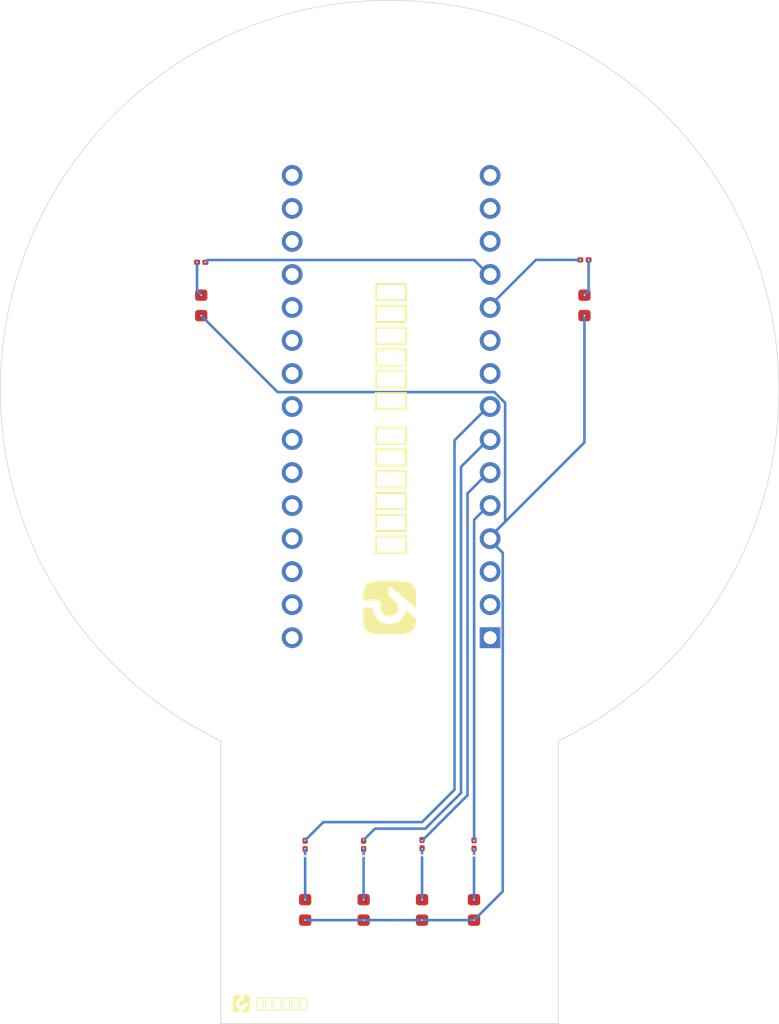
<source format=kicad_pcb>
(kicad_pcb (version 20240108) (generator "pcbnew") (generator_version "8.0")
  (layers (0 "F.Cu" signal) (31 "B.Cu" signal) (34 "B.Paste" user) (35 "F.Paste" user) (36 "B.SilkS" user "B.Silkscreen") (37 "F.SilkS" user "F.Silkscreen") (38 "B.Mask" user) (39 "F.Mask" user) (44 "Edge.Cuts" user))
  (net 0 "")
  (net 1 "Net-(D1-K)")
  (net 2 "Net-(D1-A)")
  (net 3 "Net-(D2-A)")
  (net 4 "Net-(D3-A)")
  (net 5 "Net-(D4-A)")
  (net 6 "Net-(D5-A)")
  (net 7 "Net-(D6-A)")
  (net 8 "Net-(A2-D8)")
  (net 14 "Net-(A2-D9)")
  (net 18 "Net-(A2-D4)")
  (net 21 "Net-(A2-D2)")
  (net 26 "Net-(A2-D3)")
  (net 29 "Net-(A2-D5)")
  (footprint "Module:Arduino_Nano" (layer "F.Cu") (at 142.24 118.06 180)
    (property "Reference" "A2" (hide yes))
    (property "Value" "Arduino_Nano_v3.x")
    (pad "1" thru_hole rect (at 0 0 180) (size 1.6 1.6) (drill 1) (layers "*.Cu" "*.Mask"))
    (pad "2" thru_hole oval (at 0 2.54 180) (size 1.6 1.6) (drill 1) (layers "*.Cu" "*.Mask"))
    (pad "3" thru_hole oval (at 0 5.08 180) (size 1.6 1.6) (drill 1) (layers "*.Cu" "*.Mask"))
    (pad "4" thru_hole oval (at 0 7.62 180) (size 1.6 1.6) (drill 1) (layers "*.Cu" "*.Mask") (net 1 "Net-(D1-K)"))
    (pad "5" thru_hole oval (at 0 10.16 180) (size 1.6 1.6) (drill 1) (layers "*.Cu" "*.Mask") (net 21 "Net-(A2-D2)"))
    (pad "6" thru_hole oval (at 0 12.7 180) (size 1.6 1.6) (drill 1) (layers "*.Cu" "*.Mask") (net 26 "Net-(A2-D3)"))
    (pad "7" thru_hole oval (at 0 15.24 180) (size 1.6 1.6) (drill 1) (layers "*.Cu" "*.Mask") (net 18 "Net-(A2-D4)"))
    (pad "8" thru_hole oval (at 0 17.78 180) (size 1.6 1.6) (drill 1) (layers "*.Cu" "*.Mask") (net 29 "Net-(A2-D5)"))
    (pad "9" thru_hole oval (at 0 20.32 180) (size 1.6 1.6) (drill 1) (layers "*.Cu" "*.Mask"))
    (pad "10" thru_hole oval (at 0 22.86 180) (size 1.6 1.6) (drill 1) (layers "*.Cu" "*.Mask"))
    (pad "11" thru_hole oval (at 0 25.4 180) (size 1.6 1.6) (drill 1) (layers "*.Cu" "*.Mask") (net 8 "Net-(A2-D8)"))
    (pad "12" thru_hole oval (at 0 27.94 180) (size 1.6 1.6) (drill 1) (layers "*.Cu" "*.Mask") (net 14 "Net-(A2-D9)"))
    (pad "13" thru_hole oval (at 0 30.48 180) (size 1.6 1.6) (drill 1) (layers "*.Cu" "*.Mask"))
    (pad "14" thru_hole oval (at 0 33.02 180) (size 1.6 1.6) (drill 1) (layers "*.Cu" "*.Mask"))
    (pad "15" thru_hole oval (at 0 35.56 180) (size 1.6 1.6) (drill 1) (layers "*.Cu" "*.Mask"))
    (pad "16" thru_hole oval (at 15.24 35.56 180) (size 1.6 1.6) (drill 1) (layers "*.Cu" "*.Mask"))
    (pad "17" thru_hole oval (at 15.24 33.02 180) (size 1.6 1.6) (drill 1) (layers "*.Cu" "*.Mask"))
    (pad "18" thru_hole oval (at 15.24 30.48 180) (size 1.6 1.6) (drill 1) (layers "*.Cu" "*.Mask"))
    (pad "19" thru_hole oval (at 15.24 27.94 180) (size 1.6 1.6) (drill 1) (layers "*.Cu" "*.Mask"))
    (pad "20" thru_hole oval (at 15.24 25.4 180) (size 1.6 1.6) (drill 1) (layers "*.Cu" "*.Mask"))
    (pad "21" thru_hole oval (at 15.24 22.86 180) (size 1.6 1.6) (drill 1) (layers "*.Cu" "*.Mask"))
    (pad "22" thru_hole oval (at 15.24 20.32 180) (size 1.6 1.6) (drill 1) (layers "*.Cu" "*.Mask"))
    (pad "23" thru_hole oval (at 15.24 17.78 180) (size 1.6 1.6) (drill 1) (layers "*.Cu" "*.Mask"))
    (pad "24" thru_hole oval (at 15.24 15.24 180) (size 1.6 1.6) (drill 1) (layers "*.Cu" "*.Mask"))
    (pad "25" thru_hole oval (at 15.24 12.7 180) (size 1.6 1.6) (drill 1) (layers "*.Cu" "*.Mask"))
    (pad "26" thru_hole oval (at 15.24 10.16 180) (size 1.6 1.6) (drill 1) (layers "*.Cu" "*.Mask"))
    (pad "27" thru_hole oval (at 15.24 7.62 180) (size 1.6 1.6) (drill 1) (layers "*.Cu" "*.Mask"))
    (pad "28" thru_hole oval (at 15.24 5.08 180) (size 1.6 1.6) (drill 1) (layers "*.Cu" "*.Mask"))
    (pad "29" thru_hole oval (at 15.24 2.54 180) (size 1.6 1.6) (drill 1) (layers "*.Cu" "*.Mask"))
    (pad "30" thru_hole oval (at 15.24 0 180) (size 1.6 1.6) (drill 1) (layers "*.Cu" "*.Mask"))
  )
  (footprint "LOGO" (layer "F.Cu") (at 123.1 146.2)
    (property "Reference" "G***" (hide yes))
    (property "Value" "LOGO" (hide yes))
    (fp_poly (pts (xy -0.004 -0.554529) (xy -0.004 -0.428363) (xy -0.017 -0.426311) (xy -0.026981 -0.424877) (xy -0.042125 -0.422864) (xy -0.05965 -0.420638) (xy -0.065207 -0.419953) (xy -0.115616 -0.409837) (xy -0.165254 -0.392085) (xy -0.213261 -0.367059) (xy -0.25 -0.341979) (xy -0.294005 -0.303731) (xy -0.331559 -0.261252) (xy -0.362559 -0.215186) (xy -0.386899 -0.166177) (xy -0.404473 -0.114868) (xy -0.415176 -0.061903) (xy -0.418902 -0.007924) (xy -0.415546 0.046424) (xy -0.405002 0.100497) (xy -0.387165 0.153654) (xy -0.361929 0.205249) (xy -0.344332 0.233509) (xy -0.311411 0.275533) (xy -0.272612 0.313371) (xy -0.229092 0.346248) (xy -0.182008 0.373387) (xy -0.132518 0.394015) (xy -0.086 0.406546) (xy -0.070051 0.409783) (xy -0.05736 0.4125) (xy -0.049764 0.414296) (xy -0.048451 0.414724) (xy -0.050141 0.418153) (xy -0.056351 0.426787) (xy -0.066395 0.439759) (xy -0.079583 0.456202) (xy -0.095227 0.475249) (xy -0.112641 0.496033) (xy -0.117944 0.502286) (xy -0.12756 0.513693) (xy -0.141155 0.529957) (xy -0.157627 0.549755) (xy -0.175878 0.571763) (xy -0.194806 0.594658) (xy -0.203571 0.605286) (xy -0.265141 0.68) (xy -0.315571 0.679467) (xy -0.338486 0.678978) (xy -0.361901 0.678061) (xy -0.382825 0.676855) (xy -0.39629 0.675719) (xy -0.448625 0.666796) (xy -0.496176 0.65172) (xy -0.538747 0.630623) (xy -0.576139 0.603636) (xy -0.608153 0.570891) (xy -0.634591 0.532519) (xy -0.64625 0.51) (xy -0.65859 0.479753) (xy -0.667486 0.448578) (xy -0.673633 0.413747) (xy -0.675996 0.39304) (xy -0.676646 0.382162) (xy -0.677233 0.364019) (xy -0.677758 0.339345) (xy -0.67822 0.308872) (xy -0.67862 0.273336) (xy -0.678957 0.23347) (xy -0.679232 0.190008) (xy -0.679444 0.143685) (xy -0.679594 0.095233) (xy -0.679682 0.045388) (xy -0.679707 -0.005116) (xy -0.679669 -0.055547) (xy -0.679569 -0.105169) (xy -0.679407 -0.15325) (xy -0.679182 -0.199054) (xy -0.678894 -0.241847) (xy -0.678544 -0.280897) (xy -0.678132 -0.315468) (xy -0.677657 -0.344827) (xy -0.67712 -0.36824) (xy -0.67652 -0.384973) (xy -0.675996 -0.393041) (xy -0.671395 -0.428854) (xy -0.664713 -0.459711) (xy -0.655177 -0.488547) (xy -0.644087 -0.514) (xy -0.620448 -0.554604) (xy -0.590923 -0.589915) (xy -0.555838 -0.619683) (xy -0.515519 -0.643657) (xy -0.47029 -0.661589) (xy -0.442546 -0.668986) (xy -0.433689 -0.670854) (xy -0.424701 -0.672431) (xy -0.414804 -0.673749) (xy -0.403215 -0.67484) (xy -0.389155 -0.675738) (xy -0.371843 -0.676475) (xy -0.3505 -0.677084) (xy -0.324344 -0.677598) (xy -0.292596 -0.678048) (xy -0.254475 -0.678468) (xy -0.2092 -0.678891) (xy -0.205 -0.678928) (xy -0.004 -0.680695)) (fill solid) (layer "F.SilkS"))
    (fp_poly (pts (xy 0.294 -0.6776) (xy 0.328021 -0.6774) (xy 0.355324 -0.677029) (xy 0.377192 -0.676412) (xy 0.394906 -0.675473) (xy 0.409747 -0.674137) (xy 0.422998 -0.672326) (xy 0.435941 -0.669967) (xy 0.441083 -0.668902) (xy 0.488752 -0.655083) (xy 0.531867 -0.634964) (xy 0.570066 -0.608822) (xy 0.602986 -0.576934) (xy 0.630266 -0.539576) (xy 0.644086 -0.514) (xy 0.6567 -0.484552) (xy 0.665794 -0.455611) (xy 0.67214 -0.424241) (xy 0.675995 -0.393041) (xy 0.676687 -0.381711) (xy 0.67731 -0.363135) (xy 0.677865 -0.33805) (xy 0.678352 -0.307193) (xy 0.678771 -0.271303) (xy 0.679122 -0.231116) (xy 0.679406 -0.18737) (xy 0.679621 -0.140801) (xy 0.67977 -0.092149) (xy 0.679851 -0.042149) (xy 0.679865 0.008461) (xy 0.679811 0.058942) (xy 0.679691 0.108559) (xy 0.679504 0.156574) (xy 0.679251 0.202248) (xy 0.67893 0.244845) (xy 0.678544 0.283628) (xy 0.678091 0.317859) (xy 0.677572 0.3468) (xy 0.676987 0.369715) (xy 0.676336 0.385865) (xy 0.675859 0.392576) (xy 0.671774 0.425781) (xy 0.666429 0.453544) (xy 0.659159 0.478403) (xy 0.649301 0.502893) (xy 0.644073 0.514) (xy 0.6198 0.554993) (xy 0.589755 0.590552) (xy 0.554252 0.620436) (xy 0.513604 0.644404) (xy 0.468125 0.662215) (xy 0.442257 0.669057) (xy 0.433634 0.67088) (xy 0.424859 0.672423) (xy 0.415173 0.673718) (xy 0.403817 0.674795) (xy 0.390031 0.675684) (xy 0.373058 0.676415) (xy 0.352137 0.677021) (xy 0.32651 0.67753) (xy 0.295419 0.677974) (xy 0.258104 0.678383) (xy 0.213806 0.678787) (xy 0.197 0.678929) (xy 0.156955 0.679202) (xy 0.119431 0.679337) (xy 0.085167 0.679341) (xy 0.054904 0.67922) (xy 0.029383 0.678978) (xy 0.009344 0.678622) (xy -0.004473 0.678158) (xy -0.011326 0.677591) (xy -0.011951 0.677336) (xy -0.009499 0.673496) (xy -0.002664 0.664427) (xy 0.007813 0.651045) (xy 0.021193 0.634267) (xy 0.036733 0.615006) (xy 0.053694 0.594179) (xy 0.071336 0.572702) (xy 0.088917 0.55149) (xy 0.105696 0.531459) (xy 0.1137 0.522) (xy 0.119737 0.514817) (xy 0.130273 0.50219) (xy 0.144712 0.48484) (xy 0.162454 0.463488) (xy 0.182901 0.438855) (xy 0.205455 0.41166) (xy 0.229517 0.382625) (xy 0.24991 0.358) (xy 0.278636 0.323304) (xy 0.309594 0.285919) (xy 0.341606 0.247266) (xy 0.373494 0.208767) (xy 0.404081 0.171843) (xy 0.43219 0.137916) (xy 0.456642 0.108407) (xy 0.461563 0.10247) (xy 0.48278 0.076726) (xy 0.502282 0.052783) (xy 0.519495 0.031366) (xy 0.533847 0.013202) (xy 0.544763 -0.000985) (xy 0.551671 -0.010468) (xy 0.554 -0.014487) (xy 0.552709 -0.016091) (xy 0.548332 -0.017386) (xy 0.540115 -0.018414) (xy 0.5273 -0.019215) (xy 0.509134 -0.019829) (xy 0.484859 -0.020295) (xy 0.453722 -0.020655) (xy 0.435183 -0.020808) (xy 0.405179 -0.020973) (xy 0.377845 -0.021008) (xy 0.354184 -0.02092) (xy 0.335197 -0.020718) (xy 0.321884 -0.020409) (xy 0.315246 -0.020002) (xy 0.314694 -0.019851) (xy 0.311787 -0.016368) (xy 0.304521 -0.007578) (xy 0.293616 0.005644) (xy 0.279793 0.022425) (xy 0.263771 0.041891) (xy 0.252166 0.056) (xy 0.233306 0.078714) (xy 0.214432 0.101053) (xy 0.19668 0.121696) (xy 0.181189 0.139328) (xy 0.169096 0.152631) (xy 0.165182 0.156736) (xy 0.132855 0.184245) (xy 0.096357 0.204948) (xy 0.055861 0.218754) (xy 0.038775 0.222291) (xy 0.020576 0.225132) (xy 0.006381 0.226306) (xy -0.007223 0.225802) (xy -0.023653 0.223605) (xy -0.033129 0.222018) (xy -0.074478 0.211163) (xy -0.111784 0.194024) (xy -0.144637 0.171358) (xy -0.172627 0.14392) (xy -0.195344 0.112468) (xy -0.212378 0.077757) (xy -0.223318 0.040544) (xy -0.227755 0.001586) (xy -0.225278 -0.038362) (xy -0.215478 -0.078543) (xy -0.207345 -0.099292) (xy -0.186985 -0.135381) (xy -0.160328 -0.167333) (xy -0.128403 -0.19422) (xy -0.09224 -0.215116) (xy -0.068 -0.224702) (xy -0.059332 -0.227326) (xy -0.050311 -0.229414) (xy -0.039812 -0.231057) (xy -0.026713 -0.232347) (xy -0.009888 -0.233375) (xy 0.011787 -0.234232) (xy 0.039435 -0.235009) (xy 0.066677 -0.235636) (xy 0.095435 -0.236377) (xy 0.12158 -0.237272) (xy 0.144043 -0.238266) (xy 0.161753 -0.239305) (xy 0.173642 -0.240334) (xy 0.178639 -0.241299) (xy 0.178677 -0.241331) (xy 0.17934 -0.245851) (xy 0.180031 -0.257629) (xy 0.180733 -0.275921) (xy 0.181428 -0.299985) (xy 0.182098 -0.329078) (xy 0.182725 -0.362458) (xy 0.18329 -0.399383) (xy 0.183777 -0.439109) (xy 0.184 -0.461331) (xy 0.186 -0.678)) (fill solid) (layer "F.SilkS"))
  )
  (footprint "LED_SMD:LED_0603_1608Metric" (layer "F.Cu") (at 128 139 90)
    (property "Reference" "D4" (hide yes))
    (property "Value" "LED")
    (pad "1" smd roundrect (at -0.7875 0 90) (size 0.875 0.95) (layers "F.Cu" "F.Paste" "F.Mask") (net 1 "Net-(D1-K)"))
    (pad "2" smd roundrect (at 0.7875 0 90) (size 0.875 0.95) (layers "F.Cu" "F.Paste" "F.Mask") (net 5 "Net-(D4-A)"))
  )
  (footprint "LED_SMD:LED_0201_0603Metric" (layer "F.Cu") (at 149.5 89 180)
    (property "Reference" "R5" (hide yes))
    (property "Value" "130")
    (pad "1" smd roundrect (at -0.32 0 180) (size 0.46 0.4) (layers "F.Cu" "F.Mask") (net 6 "Net-(D5-A)"))
    (pad "2" smd roundrect (at 0.32 0 180) (size 0.46 0.4) (layers "F.Cu" "F.Mask") (net 8 "Net-(A2-D8)"))
  )
  (footprint "LED_SMD:LED_0201_0603Metric" (layer "F.Cu") (at 128 134 90)
    (property "Reference" "R4" (hide yes))
    (property "Value" "130")
    (fp_circle (center -0.86 0) (end -0.81 0) (stroke (width 0.1)) (fill none) (layer "F.SilkS"))
    (pad "1" smd roundrect (at -0.32 0 90) (size 0.46 0.4) (layers "F.Cu" "F.Mask") (net 5 "Net-(D4-A)"))
    (pad "2" smd roundrect (at 0.32 0 90) (size 0.46 0.4) (layers "F.Cu" "F.Mask") (net 29 "Net-(A2-D5)"))
  )
  (footprint "LED_SMD:LED_0603_1608Metric" (layer "F.Cu") (at 149.5 92.5 90)
    (property "Reference" "D5" (hide yes))
    (property "Value" "LED")
    (pad "1" smd roundrect (at -0.7875 0 90) (size 0.875 0.95) (layers "F.Cu" "F.Paste" "F.Mask") (net 1 "Net-(D1-K)"))
    (pad "2" smd roundrect (at 0.7875 0 90) (size 0.875 0.95) (layers "F.Cu" "F.Paste" "F.Mask") (net 6 "Net-(D5-A)"))
  )
  (footprint "LED_SMD:LED_0603_1608Metric" (layer "F.Cu") (at 120 92.5 90)
    (property "Reference" "D6" (hide yes))
    (property "Value" "LED")
    (pad "1" smd roundrect (at -0.7875 0 90) (size 0.875 0.95) (layers "F.Cu" "F.Paste" "F.Mask") (net 1 "Net-(D1-K)"))
    (pad "2" smd roundrect (at 0.7875 0 90) (size 0.875 0.95) (layers "F.Cu" "F.Paste" "F.Mask") (net 7 "Net-(D6-A)"))
  )
  (footprint "LED_SMD:LED_0201_0603Metric" (layer "F.Cu") (at 132.5 134 90)
    (property "Reference" "R3" (hide yes))
    (property "Value" "130")
    (fp_circle (center -0.86 0) (end -0.81 0) (stroke (width 0.1)) (fill none) (layer "F.SilkS"))
    (pad "1" smd roundrect (at -0.32 0 90) (size 0.46 0.4) (layers "F.Cu" "F.Mask") (net 4 "Net-(D3-A)"))
    (pad "2" smd roundrect (at 0.32 0 90) (size 0.46 0.4) (layers "F.Cu" "F.Mask") (net 18 "Net-(A2-D4)"))
  )
  (footprint "LED_SMD:LED_0603_1608Metric" (layer "F.Cu") (at 132.5 139 90)
    (property "Reference" "D3" (hide yes))
    (property "Value" "LED")
    (pad "1" smd roundrect (at -0.7875 0 90) (size 0.875 0.95) (layers "F.Cu" "F.Paste" "F.Mask") (net 1 "Net-(D1-K)"))
    (pad "2" smd roundrect (at 0.7875 0 90) (size 0.875 0.95) (layers "F.Cu" "F.Paste" "F.Mask") (net 4 "Net-(D3-A)"))
  )
  (footprint "LED_SMD:LED_0201_0603Metric" (layer "F.Cu") (at 120 89.18)
    (property "Reference" "R6" (hide yes))
    (property "Value" "130")
    (pad "1" smd roundrect (at -0.32 0) (size 0.46 0.4) (layers "F.Cu" "F.Mask") (net 7 "Net-(D6-A)"))
    (pad "2" smd roundrect (at 0.32 0) (size 0.46 0.4) (layers "F.Cu" "F.Mask") (net 14 "Net-(A2-D9)"))
  )
  (footprint "LED_SMD:LED_0201_0603Metric" (layer "F.Cu") (at 137 133.9425 90)
    (property "Reference" "R2" (hide yes))
    (property "Value" "130")
    (fp_circle (center -0.86 0) (end -0.81 0) (stroke (width 0.1)) (fill none) (layer "F.SilkS"))
    (pad "1" smd roundrect (at -0.32 0 90) (size 0.46 0.4) (layers "F.Cu" "F.Mask") (net 3 "Net-(D2-A)"))
    (pad "2" smd roundrect (at 0.32 0 90) (size 0.46 0.4) (layers "F.Cu" "F.Mask") (net 26 "Net-(A2-D3)"))
  )
  (footprint "LED_SMD:LED_0603_1608Metric" (layer "F.Cu") (at 141 139 90)
    (property "Reference" "D1" (hide yes))
    (property "Value" "LED")
    (pad "1" smd roundrect (at -0.7875 0 90) (size 0.875 0.95) (layers "F.Cu" "F.Paste" "F.Mask") (net 1 "Net-(D1-K)"))
    (pad "2" smd roundrect (at 0.7875 0 90) (size 0.875 0.95) (layers "F.Cu" "F.Paste" "F.Mask") (net 2 "Net-(D1-A)"))
  )
  (footprint "LOGO" (layer "F.Cu") (at 134.5 115.75 90)
    (property "Reference" "G***" (hide yes))
    (property "Value" "LOGO" (hide yes))
    (fp_poly (pts (xy -0.012004 -1.66411) (xy -0.012004 -1.285493) (xy -0.051016 -1.279333) (xy -0.080967 -1.275031) (xy -0.126412 -1.268989) (xy -0.179007 -1.26231) (xy -0.195682 -1.260254) (xy -0.346957 -1.229898) (xy -0.495917 -1.176624) (xy -0.639983 -1.101522) (xy -0.750237 -1.026258) (xy -0.88229 -0.911478) (xy -0.99499 -0.784002) (xy -1.088019 -0.645761) (xy -1.161062 -0.498688) (xy -1.2138 -0.344712) (xy -1.245918 -0.185765) (xy -1.2571 -0.023779) (xy -1.247028 0.139316) (xy -1.215387 0.301589) (xy -1.161859 0.461107) (xy -1.086128 0.615941) (xy -1.033319 0.700748) (xy -0.934526 0.826861) (xy -0.818092 0.940411) (xy -0.687491 1.039071) (xy -0.546195 1.120516) (xy -0.397677 1.182419) (xy -0.258082 1.220025) (xy -0.210218 1.229738) (xy -0.172132 1.237891) (xy -0.149338 1.243281) (xy -0.145397 1.244566) (xy -0.150468 1.254856) (xy -0.169106 1.280766) (xy -0.199245 1.319694) (xy -0.238822 1.369038) (xy -0.285771 1.426197) (xy -0.338027 1.488569) (xy -0.353941 1.507333) (xy -0.382799 1.541564) (xy -0.423596 1.590372) (xy -0.47303 1.649786) (xy -0.527799 1.715832) (xy -0.5846 1.784539) (xy -0.610903 1.816431) (xy -0.795671 2.040642) (xy -0.947009 2.039046) (xy -1.015775 2.037578) (xy -1.086045 2.034826) (xy -1.148835 2.031206) (xy -1.189245 2.027798) (xy -1.346297 2.00102) (xy -1.488997 1.955778) (xy -1.616749 1.892467) (xy -1.728959 1.811481) (xy -1.825032 1.713214) (xy -1.904372 1.598061) (xy -1.939359 1.530482) (xy -1.97639 1.439714) (xy -2.003088 1.34616) (xy -2.021533 1.241634) (xy -2.028627 1.179492) (xy -2.030577 1.14685) (xy -2.032339 1.092404) (xy -2.033913 1.018356) (xy -2.035301 0.92691) (xy -2.0365 0.820268) (xy -2.037512 0.700632) (xy -2.038337 0.570206) (xy -2.038974 0.431191) (xy -2.039424 0.285792) (xy -2.039686 0.136209) (xy -2.039761 -0.015353) (xy -2.039648 -0.166693) (xy -2.039348 -0.315607) (xy -2.038861 -0.459893) (xy -2.038185 -0.597348) (xy -2.037323 -0.72577) (xy -2.036273 -0.842955) (xy -2.035035 -0.946702) (xy -2.03361 -1.034807) (xy -2.031997 -1.105068) (xy -2.030197 -1.155282) (xy -2.028627 -1.179492) (xy -2.014817 -1.286967) (xy -1.994766 -1.379567) (xy -1.966148 -1.466103) (xy -1.932869 -1.542486) (xy -1.861929 -1.664335) (xy -1.773326 -1.7703) (xy -1.668039 -1.859632) (xy -1.547043 -1.93158) (xy -1.411314 -1.985391) (xy -1.328056 -2.007588) (xy -1.301476 -2.013195) (xy -1.274505 -2.017927) (xy -1.244801 -2.021881) (xy -1.210024 -2.025157) (xy -1.167831 -2.027852) (xy -1.11588 -2.030064) (xy -1.05183 -2.031892) (xy -0.973338 -2.033432) (xy -0.878063 -2.034784) (xy -0.763664 -2.036045) (xy -0.627798 -2.037313) (xy -0.615194 -2.037424) (xy -0.012004 -2.042727)) (fill solid) (layer "F.SilkS"))
    (fp_poly (pts (xy 0.882278 -2.033439) (xy 0.984373 -2.032838) (xy 1.06631 -2.031725) (xy 1.131934 -2.029874) (xy 1.185092 -2.027057) (xy 1.22963 -2.023046) (xy 1.269396 -2.017613) (xy 1.308236 -2.010532) (xy 1.323667 -2.007337) (xy 1.466718 -1.965866) (xy 1.596104 -1.905491) (xy 1.710737 -1.827041) (xy 1.80953 -1.731346) (xy 1.891394 -1.619237) (xy 1.932868 -1.542486) (xy 1.970723 -1.454113) (xy 1.998011 -1.367262) (xy 2.017056 -1.273122) (xy 2.028626 -1.179492) (xy 2.030702 -1.145492) (xy 2.032572 -1.089746) (xy 2.034237 -1.014467) (xy 2.035699 -0.921869) (xy 2.036956 -0.814164) (xy 2.038009 -0.693565) (xy 2.03886 -0.562285) (xy 2.039508 -0.422536) (xy 2.039953 -0.276532) (xy 2.040196 -0.126485) (xy 2.040238 0.025391) (xy 2.040078 0.176884) (xy 2.039717 0.325781) (xy 2.039156 0.46987) (xy 2.038395 0.606937) (xy 2.037434 0.734769) (xy 2.036274 0.851154) (xy 2.034915 0.953878) (xy 2.033357 1.04073) (xy 2.031601 1.109495) (xy 2.029648 1.157961) (xy 2.028216 1.178099) (xy 2.015958 1.277746) (xy 1.999917 1.361063) (xy 1.978101 1.435662) (xy 1.948518 1.509155) (xy 1.932828 1.542486) (xy 1.859986 1.665504) (xy 1.769823 1.772214) (xy 1.66328 1.861894) (xy 1.541299 1.933821) (xy 1.404819 1.987272) (xy 1.327189 2.007804) (xy 1.301314 2.013275) (xy 1.274981 2.017907) (xy 1.245914 2.021792) (xy 1.211834 2.025023) (xy 1.170464 2.027691) (xy 1.119527 2.029887) (xy 1.056745 2.031703) (xy 0.979841 2.033232) (xy 0.886537 2.034564) (xy 0.774556 2.035791) (xy 0.64162 2.037005) (xy 0.591186 2.037431) (xy 0.471015 2.038248) (xy 0.358406 2.038655) (xy 0.255582 2.038667) (xy 0.164765 2.038302) (xy 0.088177 2.037578) (xy 0.028041 2.03651) (xy -0.013421 2.035116) (xy -0.033987 2.033413) (xy -0.035864 2.032651) (xy -0.028506 2.021126) (xy -0.007994 1.993911) (xy 0.023448 1.953753) (xy 0.063599 1.9034) (xy 0.110236 1.845601) (xy 0.161135 1.783101) (xy 0.214076 1.718649) (xy 0.266835 1.654993) (xy 0.317189 1.59488) (xy 0.34121 1.566493) (xy 0.359324 1.544938) (xy 0.390944 1.507046) (xy 0.434274 1.45498) (xy 0.487517 1.390904) (xy 0.548878 1.31698) (xy 0.61656 1.23537) (xy 0.688768 1.148237) (xy 0.749966 1.074338) (xy 0.836173 0.970219) (xy 0.929076 0.858029) (xy 1.025142 0.742034) (xy 1.120837 0.6265) (xy 1.212627 0.515692) (xy 1.29698 0.413879) (xy 1.37036 0.325325) (xy 1.385125 0.307509) (xy 1.448797 0.230251) (xy 1.507321 0.158399) (xy 1.558978 0.094129) (xy 1.602046 0.039619) (xy 1.634806 -0.002954) (xy 1.655536 -0.031414) (xy 1.662523 -0.043474) (xy 1.658649 -0.048286) (xy 1.645516 -0.052174) (xy 1.620855 -0.055259) (xy 1.5824 -0.057662) (xy 1.527884 -0.059503) (xy 1.455038 -0.060903) (xy 1.361595 -0.061983) (xy 1.305962 -0.062443) (xy 1.21592 -0.062939) (xy 1.133894 -0.063043) (xy 1.062889 -0.06278) (xy 1.005908 -0.062173) (xy 0.965956 -0.061246) (xy 0.946036 -0.060024) (xy 0.94438 -0.05957) (xy 0.935657 -0.049118) (xy 0.913852 -0.022741) (xy 0.881127 0.016939) (xy 0.839644 0.067298) (xy 0.791564 0.125714) (xy 0.756739 0.168053) (xy 0.700141 0.236219) (xy 0.6435 0.303254) (xy 0.590228 0.365205) (xy 0.54374 0.418118) (xy 0.50745 0.45804) (xy 0.495704 0.470357) (xy 0.398693 0.552911) (xy 0.289162 0.615039) (xy 0.167636 0.656469) (xy 0.116364 0.667084) (xy 0.061749 0.675609) (xy 0.019151 0.679134) (xy -0.021676 0.67762) (xy -0.07098 0.671028) (xy -0.099416 0.666265) (xy -0.223502 0.63369) (xy -0.335455 0.582257) (xy -0.434046 0.514236) (xy -0.518043 0.431897) (xy -0.586216 0.33751) (xy -0.637333 0.233345) (xy -0.670165 0.121671) (xy -0.683479 0.004759) (xy -0.676047 -0.115122) (xy -0.646636 -0.235701) (xy -0.622229 -0.297968) (xy -0.561131 -0.40627) (xy -0.481134 -0.502156) (xy -0.385329 -0.582842) (xy -0.276807 -0.645549) (xy -0.204065 -0.674319) (xy -0.178051 -0.682193) (xy -0.150978 -0.688458) (xy -0.119474 -0.69339) (xy -0.080163 -0.69726) (xy -0.029672 -0.700344) (xy 0.035372 -0.702915) (xy 0.118344 -0.705247) (xy 0.200096 -0.707129) (xy 0.286397 -0.709354) (xy 0.364857 -0.712039) (xy 0.432265 -0.715022) (xy 0.485413 -0.718139) (xy 0.521091 -0.721227) (xy 0.536088 -0.724123) (xy 0.536202 -0.724221) (xy 0.53819 -0.737786) (xy 0.540265 -0.773128) (xy 0.542372 -0.828021) (xy 0.544457 -0.900236) (xy 0.546467 -0.987544) (xy 0.548348 -1.087716) (xy 0.550046 -1.198525) (xy 0.551506 -1.317741) (xy 0.552174 -1.384429) (xy 0.558175 -2.034641)) (fill solid) (layer "F.SilkS"))
  )
  (footprint "LED_SMD:LED_0603_1608Metric" (layer "F.Cu") (at 137 139 90)
    (property "Reference" "D2" (hide yes))
    (property "Value" "LED")
    (pad "1" smd roundrect (at -0.7875 0 90) (size 0.875 0.95) (layers "F.Cu" "F.Paste" "F.Mask") (net 1 "Net-(D1-K)"))
    (pad "2" smd roundrect (at 0.7875 0 90) (size 0.875 0.95) (layers "F.Cu" "F.Paste" "F.Mask") (net 3 "Net-(D2-A)"))
  )
  (footprint "LED_SMD:LED_0201_0603Metric" (layer "F.Cu") (at 141 133.9675 90)
    (property "Reference" "R1" (hide yes))
    (property "Value" "130")
    (fp_circle (center -0.86 0) (end -0.81 0) (stroke (width 0.1)) (fill none) (layer "F.SilkS"))
    (pad "1" smd roundrect (at -0.32 0 90) (size 0.46 0.4) (layers "F.Cu" "F.Mask") (net 2 "Net-(D1-A)"))
    (pad "2" smd roundrect (at 0.32 0 90) (size 0.46 0.4) (layers "F.Cu" "F.Mask") (net 21 "Net-(A2-D2)"))
  )
  (gr_arc (start 121.5 126) (mid 134.5 69.033352) (end 147.5 126) (stroke (width 0.05)) (layer "Edge.Cuts"))
  (gr_line (start 147.5 134) (end 147.5 126) (stroke (width 0.05)) (layer "Edge.Cuts"))
  (gr_line (start 147.5 147.75) (end 147.5 134) (stroke (width 0.05)) (layer "Edge.Cuts"))
  (gr_line (start 147.5 147.75) (end 121.5 147.75) (stroke (width 0.05)) (layer "Edge.Cuts"))
  (gr_line (start 121.5 134) (end 121.5 147.75) (stroke (width 0.05)) (layer "Edge.Cuts"))
  (gr_line (start 121.5 134) (end 121.5 126) (stroke (width 0.05)) (layer "Edge.Cuts"))
  (gr_text "덕영고등학교 소프트웨어부" (at 134.5 111.75 90) (layer "F.SilkS") (effects (font (size 2 2) (thickness 0.3) (bold yes)) (justify left)))
  (gr_text "덕영고등학교" (at 124.2 146.2 0) (layer "F.SilkS") (effects (font (size 0.8 0.8) (thickness 0.2) (bold yes)) (justify left)))
  (via (at 141 139.7875) (size 0.2) (drill 0.1) (layers "F.Cu" "B.Cu") (net 1))
  (via (at 149.5 93.2875) (size 0.2) (drill 0.1) (layers "F.Cu" "B.Cu") (net 1))
  (via (at 120 93.2875) (size 0.2) (drill 0.1) (layers "F.Cu" "B.Cu") (net 1))
  (via (at 128 139.7875) (size 0.2) (drill 0.1) (layers "F.Cu" "B.Cu") (net 1))
  (via (at 132.5 139.7875) (size 0.2) (drill 0.1) (layers "F.Cu" "B.Cu") (net 1))
  (via (at 137 139.7875) (size 0.2) (drill 0.1) (layers "F.Cu" "B.Cu") (net 1))
  (segment (start 125.8825 99.17) (end 142.565635 99.17) (width 0.2) (layer "B.Cu") (net 1))
  (segment (start 143.395 99.999365) (end 143.395 109.145) (width 0.2) (layer "B.Cu") (net 1))
  (segment (start 149.5 93.2875) (end 149.5 103.04) (width 0.2) (layer "B.Cu") (net 1))
  (segment (start 143.21 137.5775) (end 143.21 111.53) (width 0.2) (layer "B.Cu") (net 1))
  (segment (start 143.21 111.53) (end 142.11 110.43) (width 0.2) (layer "B.Cu") (net 1))
  (segment (start 143.395 109.145) (end 142.11 110.43) (width 0.2) (layer "B.Cu") (net 1))
  (segment (start 149.5 103.04) (end 142.11 110.43) (width 0.2) (layer "B.Cu") (net 1))
  (segment (start 120 93.2875) (end 125.8825 99.17) (width 0.2) (layer "B.Cu") (net 1))
  (segment (start 134.75 139.7875) (end 141 139.7875) (width 0.2) (layer "B.Cu") (net 1))
  (segment (start 128 139.7875) (end 134.75 139.7875) (width 0.2) (layer "B.Cu") (net 1))
  (segment (start 141 139.7875) (end 143.21 137.5775) (width 0.2) (layer "B.Cu") (net 1))
  (segment (start 142.565635 99.17) (end 143.395 99.999365) (width 0.2) (layer "B.Cu") (net 1))
  (via (at 141 138.2125) (size 0.2) (drill 0.1) (layers "F.Cu" "B.Cu") (net 2))
  (via (at 141 134.32) (size 0.2) (drill 0.1) (layers "F.Cu" "B.Cu") (net 2))
  (segment (start 141 134.32) (end 141 138.2125) (width 0.2) (layer "B.Cu") (net 2))
  (via (at 137 138.2125) (size 0.2) (drill 0.1) (layers "F.Cu" "B.Cu") (net 3))
  (via (at 137 134.32) (size 0.2) (drill 0.1) (layers "F.Cu" "B.Cu") (net 3))
  (segment (start 137 134.32) (end 137 138.2125) (width 0.2) (layer "B.Cu") (net 3))
  (via (at 132.5 138.2125) (size 0.2) (drill 0.1) (layers "F.Cu" "B.Cu") (net 4))
  (via (at 132.5 134.2625) (size 0.2) (drill 0.1) (layers "F.Cu" "B.Cu") (net 4))
  (segment (start 132.5 134.2625) (end 132.5 138.2125) (width 0.2) (layer "B.Cu") (net 4))
  (via (at 128 134.2875) (size 0.2) (drill 0.1) (layers "F.Cu" "B.Cu") (net 5))
  (via (at 128 138.2125) (size 0.2) (drill 0.1) (layers "F.Cu" "B.Cu") (net 5))
  (segment (start 128 134.2875) (end 128 138.2125) (width 0.2) (layer "B.Cu") (net 5))
  (via (at 149.5 91.7125) (size 0.2) (drill 0.1) (layers "F.Cu" "B.Cu") (net 6))
  (via (at 149.82 89) (size 0.2) (drill 0.1) (layers "F.Cu" "B.Cu") (net 6))
  (segment (start 149.82 91.3925) (end 149.5 91.7125) (width 0.2) (layer "B.Cu") (net 6))
  (segment (start 149.82 89) (end 149.82 91.3925) (width 0.2) (layer "B.Cu") (net 6))
  (via (at 120 91.7125) (size 0.2) (drill 0.1) (layers "F.Cu" "B.Cu") (net 7))
  (via (at 119.68 89.18) (size 0.2) (drill 0.1) (layers "F.Cu" "B.Cu") (net 7))
  (segment (start 119.68 91.3925) (end 120 91.7125) (width 0.2) (layer "B.Cu") (net 7))
  (segment (start 119.68 89.18) (end 119.68 91.3925) (width 0.2) (layer "B.Cu") (net 7))
  (via (at 149.18 89) (size 0.2) (drill 0.1) (layers "F.Cu" "B.Cu") (net 8))
  (segment (start 149.18 89) (end 145.76 89) (width 0.2) (layer "B.Cu") (net 8))
  (segment (start 145.76 89) (end 142.11 92.65) (width 0.2) (layer "B.Cu") (net 8))
  (via (at 120.32 89.18) (size 0.2) (drill 0.1) (layers "F.Cu" "B.Cu") (net 14))
  (segment (start 120.32 89.18) (end 120.49 89.01) (width 0.2) (layer "B.Cu") (net 14))
  (segment (start 120.49 89.01) (end 141.01 89.01) (width 0.2) (layer "B.Cu") (net 14))
  (segment (start 141.01 89.01) (end 142.11 90.11) (width 0.2) (layer "B.Cu") (net 14))
  (via (at 132.5 133.6225) (size 0.2) (drill 0.1) (layers "F.Cu" "B.Cu") (net 18))
  (segment (start 137.25 132.75) (end 140 130) (width 0.2) (layer "B.Cu") (net 18))
  (segment (start 140 104.92) (end 142.11 102.81) (width 0.2) (layer "B.Cu") (net 18))
  (segment (start 132.5 133.6225) (end 133.3725 132.75) (width 0.2) (layer "B.Cu") (net 18))
  (segment (start 133.3725 132.75) (end 137.25 132.75) (width 0.2) (layer "B.Cu") (net 18))
  (segment (start 140 130) (end 140 104.92) (width 0.2) (layer "B.Cu") (net 18))
  (via (at 141 133.68) (size 0.2) (drill 0.1) (layers "F.Cu" "B.Cu") (net 21))
  (segment (start 141 133.68) (end 141.01 133.67) (width 0.2) (layer "B.Cu") (net 21))
  (segment (start 141.01 133.67) (end 141.01 108.99) (width 0.2) (layer "B.Cu") (net 21))
  (segment (start 141.01 108.99) (end 142.11 107.89) (width 0.2) (layer "B.Cu") (net 21))
  (via (at 137 133.68) (size 0.2) (drill 0.1) (layers "F.Cu" "B.Cu") (net 26))
  (segment (start 137 133.68) (end 140.5 130.18) (width 0.2) (layer "B.Cu") (net 26))
  (segment (start 140.5 106.96) (end 142.11 105.35) (width 0.2) (layer "B.Cu") (net 26))
  (segment (start 140.5 130.18) (end 140.5 106.96) (width 0.2) (layer "B.Cu") (net 26))
  (via (at 128 133.6475) (size 0.2) (drill 0.1) (layers "F.Cu" "B.Cu") (net 29))
  (segment (start 139.5 129.75) (end 139.5 102.88) (width 0.2) (layer "B.Cu") (net 29))
  (segment (start 137 132.25) (end 139.5 129.75) (width 0.2) (layer "B.Cu") (net 29))
  (segment (start 129.3975 132.25) (end 137 132.25) (width 0.2) (layer "B.Cu") (net 29))
  (segment (start 139.5 102.88) (end 142.11 100.27) (width 0.2) (layer "B.Cu") (net 29))
  (segment (start 128 133.6475) (end 129.3975 132.25) (width 0.2) (layer "B.Cu") (net 29))
)
</source>
